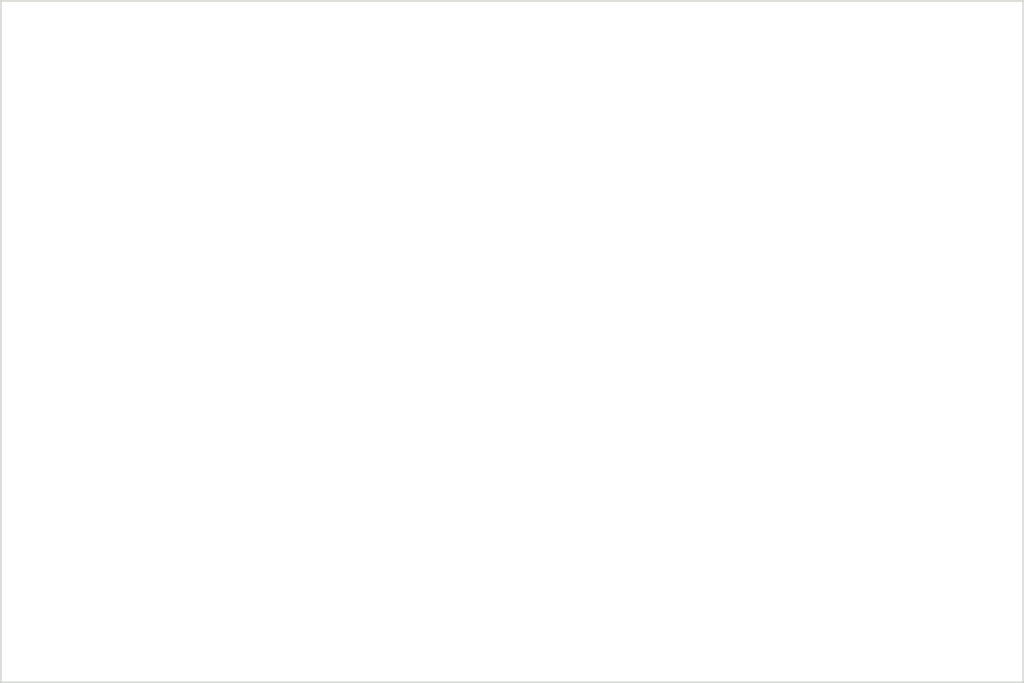
<source format=kicad_pcb>
(kicad_pcb (version 20210824) (generator pcbnew)

  (general
    (thickness 1.6)
  )

  (paper "A4")
  (layers
    (0 "F.Cu" signal)
    (31 "B.Cu" signal)
    (32 "B.Adhes" user "B.Adhesive")
    (33 "F.Adhes" user "F.Adhesive")
    (34 "B.Paste" user)
    (35 "F.Paste" user)
    (36 "B.SilkS" user "B.Silkscreen")
    (37 "F.SilkS" user "F.Silkscreen")
    (38 "B.Mask" user)
    (39 "F.Mask" user)
    (40 "Dwgs.User" user "User.Drawings")
    (41 "Cmts.User" user "User.Comments")
    (42 "Eco1.User" user "User.Eco1")
    (43 "Eco2.User" user "User.Eco2")
    (44 "Edge.Cuts" user)
    (45 "Margin" user)
    (46 "B.CrtYd" user "B.Courtyard")
    (47 "F.CrtYd" user "F.Courtyard")
    (48 "B.Fab" user)
    (49 "F.Fab" user)
  )

  (setup
    (pad_to_mask_clearance 0.05)
    (pcbplotparams
      (layerselection 0x00010fc_ffffffff)
      (disableapertmacros false)
      (usegerberextensions false)
      (usegerberattributes true)
      (usegerberadvancedattributes true)
      (creategerberjobfile true)
      (svguseinch false)
      (svgprecision 6)
      (excludeedgelayer true)
      (plotframeref false)
      (viasonmask false)
      (mode 1)
      (useauxorigin false)
      (hpglpennumber 1)
      (hpglpenspeed 20)
      (hpglpendiameter 15.000000)
      (dxfpolygonmode true)
      (dxfimperialunits true)
      (dxfusepcbnewfont true)
      (psnegative false)
      (psa4output false)
      (plotreference true)
      (plotvalue true)
      (plotinvisibletext false)
      (sketchpadsonfab false)
      (subtractmaskfromsilk false)
      (outputformat 1)
      (mirror false)
      (drillshape 1)
      (scaleselection 1)
      (outputdirectory "")
    )
  )

  (net 0 "")

  (gr_line (start 90 170) (end 60 170) (layer "Edge.Cuts") (width 0.05) (tstamp 00000000-0000-0000-0000-00005efc72ca))
  (gr_line (start 60 150) (end 90 150) (layer "Edge.Cuts") (width 0.05) (tstamp 0b97dca5-b04b-4e0a-82de-e47eb56d7e05))
  (gr_line (start 60 170) (end 60 150) (layer "Edge.Cuts") (width 0.05) (tstamp 43100096-7189-4ee1-91d4-71e1057d4593))
  (gr_line (start 90 150) (end 90 170) (layer "Edge.Cuts") (width 0.05) (tstamp db531874-8794-4be2-bb7e-2f53c2575ed1))

)

</source>
